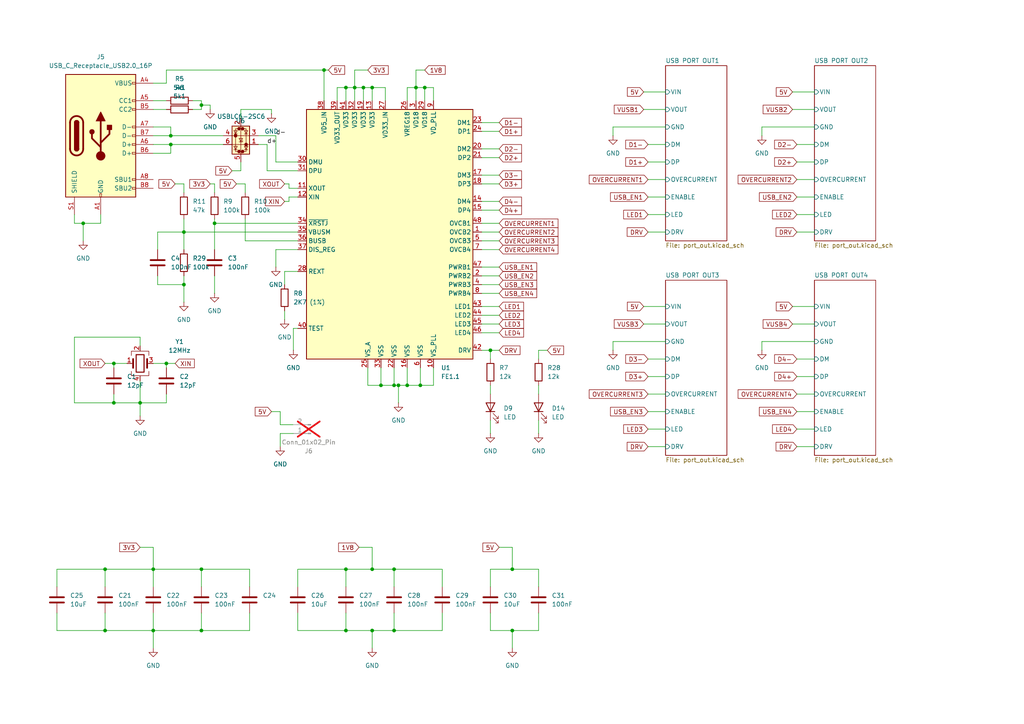
<source format=kicad_sch>
(kicad_sch (version 20231120) (generator "eeschema") (generator_version "8.0")
  (paper "A4")
  (lib_symbols
    (symbol "Connector:Conn_01x02_Pin" (pin_names (offset 1.016) hide)
      (property "Reference" "J" (at 0 2.54 0))
      (property "Value" "Conn_01x02_Pin" (at 0 -5.08 0))
      (symbol "Conn_01x02_Pin_1_1"
        (pin passive line (at 5.08 0 180) (length 3.81) (name "Pin_1") (number "1"))
        (pin passive line (at 5.08 -2.54 180) (length 3.81) (name "Pin_2") (number "2"))
      )
    )
    (symbol "Connector:USB_C_Receptacle_USB2.0_16P" (pin_names (offset 1.016))
      (property "Reference" "J" (at 0 22.225 0))
      (property "Value" "USB_C_Receptacle_USB2.0_16P" (at 0 19.685 0))
      (symbol "USB_C_Receptacle_USB2.0_16P_1_1"
        (pin passive line (at 0 -22.86 90) (length 5.08) (name "GND") (number "A1"))
        (pin passive line (at 0 -22.86 90) (length 5.08) hide (name "GND") (number "A12"))
        (pin passive line (at 15.24 15.24 180) (length 5.08) (name "VBUS") (number "A4"))
        (pin bidirectional line (at 15.24 10.16 180) (length 5.08) (name "CC1") (number "A5"))
        (pin bidirectional line (at 15.24 -2.54 180) (length 5.08) (name "D+") (number "A6"))
        (pin bidirectional line (at 15.24 2.54 180) (length 5.08) (name "D-") (number "A7"))
        (pin bidirectional line (at 15.24 -12.7 180) (length 5.08) (name "SBU1") (number "A8"))
        (pin passive line (at 15.24 15.24 180) (length 5.08) hide (name "VBUS") (number "A9"))
        (pin passive line (at 0 -22.86 90) (length 5.08) hide (name "GND") (number "B1"))
        (pin passive line (at 0 -22.86 90) (length 5.08) hide (name "GND") (number "B12"))
        (pin passive line (at 15.24 15.24 180) (length 5.08) hide (name "VBUS") (number "B4"))
        (pin bidirectional line (at 15.24 7.62 180) (length 5.08) (name "CC2") (number "B5"))
        (pin bidirectional line (at 15.24 -5.08 180) (length 5.08) (name "D+") (number "B6"))
        (pin bidirectional line (at 15.24 0 180) (length 5.08) (name "D-") (number "B7"))
        (pin bidirectional line (at 15.24 -15.24 180) (length 5.08) (name "SBU2") (number "B8"))
        (pin passive line (at 15.24 15.24 180) (length 5.08) hide (name "VBUS") (number "B9"))
        (pin passive line (at -7.62 -22.86 90) (length 5.08) (name "SHIELD") (number "S1"))
      )
    )
    (symbol "Device:C" (pin_numbers hide) (pin_names (offset 0.254))
      (property "Reference" "C" (at 0.635 2.54 0))
      (property "Value" "C" (at 0.635 -2.54 0))
      (symbol "C_1_1"
        (pin passive line (at 0 3.81 270) (length 2.794) (name "~") (number "1"))
        (pin passive line (at 0 -3.81 90) (length 2.794) (name "~") (number "2"))
      )
    )
    (symbol "Device:Crystal_GND24" (pin_names (offset 1.016) hide)
      (property "Reference" "Y" (at 3.175 5.08 0))
      (property "Value" "Crystal_GND24" (at 3.175 3.175 0))
      (symbol "Crystal_GND24_1_1"
        (pin passive line (at -3.81 0 0) (length 1.27) (name "1") (number "1"))
        (pin passive line (at 0 5.08 270) (length 1.27) (name "2") (number "2"))
        (pin passive line (at 3.81 0 180) (length 1.27) (name "3") (number "3"))
        (pin passive line (at 0 -5.08 90) (length 1.27) (name "4") (number "4"))
      )
    )
    (symbol "Device:LED" (pin_numbers hide) (pin_names (offset 1.016) hide)
      (property "Reference" "D" (at 0 2.54 0))
      (property "Value" "LED" (at 0 -2.54 0))
      (symbol "LED_1_1"
        (pin passive line (at -3.81 0 0) (length 2.54) (name "K") (number "1"))
        (pin passive line (at 3.81 0 180) (length 2.54) (name "A") (number "2"))
      )
    )
    (symbol "Device:R" (pin_numbers hide) (pin_names (offset 0))
      (property "Reference" "R" (at 2.032 0 90))
      (property "Value" "R" (at 0 0 90))
      (symbol "R_1_1"
        (pin passive line (at 0 3.81 270) (length 1.27) (name "~") (number "1"))
        (pin passive line (at 0 -3.81 90) (length 1.27) (name "~") (number "2"))
      )
    )
    (symbol "Power_Protection:USBLC6-2SC6" (pin_names hide)
      (property "Reference" "U" (at 0.635 5.715 0))
      (property "Value" "USBLC6-2SC6" (at 0.635 3.81 0))
      (symbol "USBLC6-2SC6_1_1"
        (pin passive line (at -5.08 0 0) (length 2.54) (name "I/O1") (number "1"))
        (pin passive line (at 0 -7.62 90) (length 2.54) (name "GND") (number "2"))
        (pin passive line (at -5.08 -2.54 0) (length 2.54) (name "I/O2") (number "3"))
        (pin passive line (at 5.08 -2.54 180) (length 2.54) (name "I/O2") (number "4"))
        (pin passive line (at 0 5.08 270) (length 2.54) (name "VBUS") (number "5"))
        (pin passive line (at 5.08 0 180) (length 2.54) (name "I/O1") (number "6"))
      )
    )
    (symbol "lib:FE1.1"
      (property "Reference" "U2" (at -16.8559 33.02 0))
      (property "Value" "FE1.1" (at -2.286 -12.192 0))
      (symbol "FE1.1_1_1"
        (pin output line (at 26.67 -10.16 180) (length 2.54) (name "OVCB2") (number "1"))
        (pin power_in line (at 12.7 -49.53 90) (length 2.54) (name "VS_PLL") (number "10"))
        (pin output line (at -26.67 2.54 0) (length 2.54) (name "XOUT") (number "11"))
        (pin input line (at -26.67 0 0) (length 2.54) (name "XIN") (number "12"))
        (pin power_in line (at -5.08 27.94 270) (length 2.54) (name "VD33") (number "13"))
        (pin bidirectional line (at 26.67 -1.27 180) (length 2.54) (name "DM4") (number "14"))
        (pin bidirectional line (at 26.67 -3.81 180) (length 2.54) (name "DP4") (number "15"))
        (pin power_in line (at 5.08 -49.53 90) (length 2.54) (name "VSS") (number "16"))
        (pin bidirectional line (at 26.67 6.35 180) (length 2.54) (name "DM3") (number "17"))
        (pin bidirectional line (at 26.67 3.81 180) (length 2.54) (name "DP3") (number "18"))
        (pin power_in line (at -7.62 27.94 270) (length 2.54) (name "VD33") (number "19"))
        (pin output line (at 26.67 -22.86 180) (length 2.54) (name "PWRB2") (number "2"))
        (pin bidirectional line (at 26.67 13.97 180) (length 2.54) (name "DM2") (number "20"))
        (pin bidirectional line (at 26.67 11.43 180) (length 2.54) (name "DP2") (number "21"))
        (pin power_in line (at 1.27 -49.53 90) (length 2.54) (name "VSS") (number "22"))
        (pin bidirectional line (at 26.67 21.59 180) (length 2.54) (name "DM1") (number "23"))
        (pin bidirectional line (at 26.67 19.05 180) (length 2.54) (name "DP1") (number "24"))
        (pin power_in line (at -6.35 -49.53 90) (length 2.54) (name "VS_A") (number "25"))
        (pin power_out line (at 5.08 27.94 270) (length 2.54) (name "VREG18") (number "26"))
        (pin power_in line (at -1.27 27.94 270) (length 2.54) (name "VD33_IN") (number "27"))
        (pin passive line (at -26.67 -21.59 0) (length 2.54) (name "REXT") (number "28"))
        (pin power_in line (at 10.16 27.94 270) (length 2.54) (name "VD18") (number "29"))
        (pin power_in line (at 7.62 27.94 270) (length 2.54) (name "VD18") (number "3"))
        (pin bidirectional line (at -26.67 10.16 0) (length 2.54) (name "DMU") (number "30"))
        (pin bidirectional line (at -26.67 7.62 0) (length 2.54) (name "DPU") (number "31"))
        (pin power_in line (at -10.16 27.94 270) (length 2.54) (name "VD33") (number "32"))
        (pin power_in line (at -2.54 -49.53 90) (length 2.54) (name "VSS") (number "33"))
        (pin input line (at -26.67 -7.62 0) (length 2.54) (name "~{XRSTJ}") (number "34"))
        (pin input line (at -26.67 -10.16 0) (length 2.54) (name "VBUSM") (number "35"))
        (pin input line (at -26.67 -12.7 0) (length 2.54) (name "BUSB") (number "36"))
        (pin input line (at -26.67 -15.24 0) (length 2.54) (name "DIS_REG") (number "37"))
        (pin power_in line (at -19.05 27.94 270) (length 2.54) (name "VD5_IN") (number "38"))
        (pin power_out line (at -15.24 27.94 270) (length 2.54) (name "VD33_OUT") (number "39"))
        (pin output line (at 26.67 -25.4 180) (length 2.54) (name "PWRB3") (number "4"))
        (pin power_in line (at -26.67 -38.1 0) (length 2.54) (name "TEST") (number "40"))
        (pin power_in line (at -12.7 27.94 270) (length 2.54) (name "VD33") (number "41"))
        (pin bidirectional line (at 26.67 -44.45 180) (length 2.54) (name "DRV") (number "42"))
        (pin output line (at 26.67 -31.75 180) (length 2.54) (name "LED1") (number "43"))
        (pin output line (at 26.67 -34.29 180) (length 2.54) (name "LED2") (number "44"))
        (pin output line (at 26.67 -36.83 180) (length 2.54) (name "LED3") (number "45"))
        (pin bidirectional line (at 26.67 -39.37 180) (length 2.54) (name "LED4") (number "46"))
        (pin output line (at 26.67 -20.32 180) (length 2.54) (name "PWRB1") (number "47"))
        (pin output line (at 26.67 -7.62 180) (length 2.54) (name "OVCB1") (number "48"))
        (pin output line (at 26.67 -12.7 180) (length 2.54) (name "OVCB3") (number "5"))
        (pin power_in line (at 8.89 -49.53 90) (length 2.54) (name "VSS") (number "6"))
        (pin output line (at 26.67 -15.24 180) (length 2.54) (name "OVCB4") (number "7"))
        (pin bidirectional line (at 26.67 -27.94 180) (length 2.54) (name "PWRB4") (number "8"))
        (pin power_in line (at 12.7 27.94 270) (length 2.54) (name "VD_PLL") (number "9"))
      )
    )
    (symbol "power:GND" (power) (pin_numbers hide) (pin_names (offset 0) hide)
      (property "Value" "GND" (at 0 -3.81 0))
      (symbol "GND_1_1"
        (pin power_in line (at 0 0 270) (length 0) (name "~") (number "1"))
      )
    )
  )
  (junction (at 24.13 64.77))
  (junction (at 49.53 39.37))
  (junction (at 105.41 25.4))
  (junction (at 107.95 182.88))
  (junction (at 53.34 82.55))
  (junction (at 115.57 111.76))
  (junction (at 148.59 182.88))
  (junction (at 118.11 111.76))
  (junction (at 100.33 165.1))
  (junction (at 44.45 182.88))
  (junction (at 58.42 30.48))
  (junction (at 33.02 105.41))
  (junction (at 93.98 20.32))
  (junction (at 107.95 165.1))
  (junction (at 107.95 25.4))
  (junction (at 33.02 116.84))
  (junction (at 123.19 25.4))
  (junction (at 100.33 25.4))
  (junction (at 114.3 182.88))
  (junction (at 62.23 64.77))
  (junction (at 44.45 165.1))
  (junction (at 53.34 67.31))
  (junction (at 148.59 165.1))
  (junction (at 30.48 165.1))
  (junction (at 49.53 41.91))
  (junction (at 100.33 182.88))
  (junction (at 114.3 165.1))
  (junction (at 121.92 111.76))
  (junction (at 58.42 182.88))
  (junction (at 142.24 101.6))
  (junction (at 102.87 25.4))
  (junction (at 110.49 111.76))
  (junction (at 30.48 182.88))
  (junction (at 58.42 165.1))
  (junction (at 48.26 105.41))
  (junction (at 120.65 25.4))
  (junction (at 114.3 111.76))
  (junction (at 40.64 116.84))
  (wire (pts (xy 44.45 165.1) (xy 44.45 170.18)))
  (wire (pts (xy 118.11 25.4) (xy 120.65 25.4)))
  (wire (pts (xy 229.87 88.9) (xy 236.22 88.9)))
  (wire (pts (xy 69.85 31.75) (xy 78.74 31.75)))
  (wire (pts (xy 40.64 158.75) (xy 44.45 158.75)))
  (wire (pts (xy 53.34 82.55) (xy 53.34 87.63)))
  (wire (pts (xy 123.19 25.4) (xy 125.73 25.4)))
  (wire (pts (xy 120.65 25.4) (xy 120.65 29.21)))
  (wire (pts (xy 48.26 114.3) (xy 48.26 116.84)))
  (wire (pts (xy 58.42 31.75) (xy 58.42 30.48)))
  (wire (pts (xy 139.7 58.42) (xy 144.78 58.42)))
  (wire (pts (xy 139.7 45.72) (xy 144.78 45.72)))
  (wire (pts (xy 229.87 26.67) (xy 236.22 26.67)))
  (wire (pts (xy 187.96 114.3) (xy 193.04 114.3)))
  (wire (pts (xy 83.82 54.61) (xy 83.82 53.34)))
  (wire (pts (xy 102.87 20.32) (xy 102.87 25.4)))
  (wire (pts (xy 139.7 77.47) (xy 144.78 77.47)))
  (wire (pts (xy 62.23 63.5) (xy 62.23 64.77)))
  (wire (pts (xy 144.78 158.75) (xy 148.59 158.75)))
  (wire (pts (xy 142.24 101.6) (xy 144.78 101.6)))
  (wire (pts (xy 45.72 72.39) (xy 45.72 67.31)))
  (wire (pts (xy 71.12 63.5) (xy 71.12 69.85)))
  (wire (pts (xy 72.39 165.1) (xy 58.42 165.1)))
  (wire (pts (xy 100.33 182.88) (xy 107.95 182.88)))
  (wire (pts (xy 83.82 53.34) (xy 82.55 53.34)))
  (wire (pts (xy 53.34 67.31) (xy 86.36 67.31)))
  (wire (pts (xy 107.95 182.88) (xy 107.95 187.96)))
  (wire (pts (xy 139.7 101.6) (xy 142.24 101.6)))
  (wire (pts (xy 81.28 125.73) (xy 85.09 125.73)))
  (wire (pts (xy 120.65 25.4) (xy 123.19 25.4)))
  (wire (pts (xy 236.22 99.06) (xy 220.98 99.06)))
  (wire (pts (xy 156.21 111.76) (xy 156.21 114.3)))
  (wire (pts (xy 67.31 49.53) (xy 69.85 49.53)))
  (wire (pts (xy 111.76 29.21) (xy 111.76 25.4)))
  (wire (pts (xy 186.69 93.98) (xy 193.04 93.98)))
  (wire (pts (xy 44.45 182.88) (xy 58.42 182.88)))
  (wire (pts (xy 156.21 165.1) (xy 148.59 165.1)))
  (wire (pts (xy 69.85 31.75) (xy 69.85 34.29)))
  (wire (pts (xy 58.42 165.1) (xy 58.42 170.18)))
  (wire (pts (xy 231.14 62.23) (xy 236.22 62.23)))
  (wire (pts (xy 139.7 82.55) (xy 144.78 82.55)))
  (wire (pts (xy 158.75 101.6) (xy 156.21 101.6)))
  (wire (pts (xy 86.36 78.74) (xy 82.55 78.74)))
  (wire (pts (xy 231.14 124.46) (xy 236.22 124.46)))
  (wire (pts (xy 78.74 33.02) (xy 78.74 31.75)))
  (wire (pts (xy 45.72 82.55) (xy 53.34 82.55)))
  (wire (pts (xy 156.21 177.8) (xy 156.21 182.88)))
  (wire (pts (xy 139.7 43.18) (xy 144.78 43.18)))
  (wire (pts (xy 53.34 80.01) (xy 53.34 82.55)))
  (wire (pts (xy 139.7 93.98) (xy 144.78 93.98)))
  (wire (pts (xy 177.8 99.06) (xy 177.8 101.6)))
  (wire (pts (xy 16.51 182.88) (xy 30.48 182.88)))
  (wire (pts (xy 62.23 80.01) (xy 62.23 85.09)))
  (wire (pts (xy 58.42 177.8) (xy 58.42 182.88)))
  (wire (pts (xy 118.11 106.68) (xy 118.11 111.76)))
  (wire (pts (xy 58.42 30.48) (xy 58.42 29.21)))
  (wire (pts (xy 60.96 30.48) (xy 60.96 31.75)))
  (wire (pts (xy 148.59 158.75) (xy 148.59 165.1)))
  (wire (pts (xy 139.7 96.52) (xy 144.78 96.52)))
  (wire (pts (xy 148.59 165.1) (xy 142.24 165.1)))
  (wire (pts (xy 74.93 41.91) (xy 77.47 41.91)))
  (wire (pts (xy 40.64 100.33) (xy 40.64 97.79)))
  (wire (pts (xy 82.55 90.17) (xy 82.55 92.71)))
  (wire (pts (xy 45.72 80.01) (xy 45.72 82.55)))
  (wire (pts (xy 100.33 177.8) (xy 100.33 182.88)))
  (wire (pts (xy 78.74 119.38) (xy 81.28 119.38)))
  (wire (pts (xy 86.36 95.25) (xy 85.09 95.25)))
  (wire (pts (xy 139.7 64.77) (xy 144.78 64.77)))
  (wire (pts (xy 229.87 93.98) (xy 236.22 93.98)))
  (wire (pts (xy 49.53 44.45) (xy 44.45 44.45)))
  (wire (pts (xy 44.45 29.21) (xy 48.26 29.21)))
  (wire (pts (xy 114.3 177.8) (xy 114.3 182.88)))
  (wire (pts (xy 114.3 165.1) (xy 107.95 165.1)))
  (wire (pts (xy 100.33 165.1) (xy 86.36 165.1)))
  (wire (pts (xy 142.24 121.92) (xy 142.24 125.73)))
  (wire (pts (xy 49.53 41.91) (xy 64.77 41.91)))
  (wire (pts (xy 186.69 88.9) (xy 193.04 88.9)))
  (wire (pts (xy 44.45 24.13) (xy 48.26 24.13)))
  (wire (pts (xy 139.7 72.39) (xy 144.78 72.39)))
  (wire (pts (xy 236.22 36.83) (xy 220.98 36.83)))
  (wire (pts (xy 139.7 60.96) (xy 144.78 60.96)))
  (wire (pts (xy 45.72 67.31) (xy 53.34 67.31)))
  (wire (pts (xy 231.14 67.31) (xy 236.22 67.31)))
  (wire (pts (xy 139.7 67.31) (xy 144.78 67.31)))
  (wire (pts (xy 77.47 49.53) (xy 77.47 41.91)))
  (wire (pts (xy 40.64 110.49) (xy 40.64 116.84)))
  (wire (pts (xy 49.53 36.83) (xy 49.53 39.37)))
  (wire (pts (xy 30.48 105.41) (xy 33.02 105.41)))
  (wire (pts (xy 55.88 31.75) (xy 58.42 31.75)))
  (wire (pts (xy 36.83 105.41) (xy 33.02 105.41)))
  (wire (pts (xy 110.49 106.68) (xy 110.49 111.76)))
  (wire (pts (xy 142.24 101.6) (xy 142.24 104.14)))
  (wire (pts (xy 177.8 36.83) (xy 177.8 39.37)))
  (wire (pts (xy 81.28 125.73) (xy 81.28 129.54)))
  (wire (pts (xy 193.04 99.06) (xy 177.8 99.06)))
  (wire (pts (xy 231.14 114.3) (xy 236.22 114.3)))
  (wire (pts (xy 105.41 25.4) (xy 107.95 25.4)))
  (wire (pts (xy 106.68 106.68) (xy 106.68 111.76)))
  (wire (pts (xy 29.21 64.77) (xy 24.13 64.77)))
  (wire (pts (xy 30.48 177.8) (xy 30.48 182.88)))
  (wire (pts (xy 62.23 53.34) (xy 62.23 55.88)))
  (wire (pts (xy 187.96 57.15) (xy 193.04 57.15)))
  (wire (pts (xy 123.19 25.4) (xy 123.19 29.21)))
  (wire (pts (xy 120.65 20.32) (xy 120.65 25.4)))
  (wire (pts (xy 62.23 64.77) (xy 86.36 64.77)))
  (wire (pts (xy 72.39 177.8) (xy 72.39 182.88)))
  (wire (pts (xy 121.92 106.68) (xy 121.92 111.76)))
  (wire (pts (xy 139.7 85.09) (xy 144.78 85.09)))
  (wire (pts (xy 81.28 123.19) (xy 85.09 123.19)))
  (wire (pts (xy 86.36 72.39) (xy 80.01 72.39)))
  (wire (pts (xy 115.57 111.76) (xy 115.57 116.84)))
  (wire (pts (xy 86.36 165.1) (xy 86.36 170.18)))
  (wire (pts (xy 71.12 69.85) (xy 86.36 69.85)))
  (wire (pts (xy 107.95 182.88) (xy 114.3 182.88)))
  (wire (pts (xy 156.21 101.6) (xy 156.21 104.14)))
  (wire (pts (xy 187.96 124.46) (xy 193.04 124.46)))
  (wire (pts (xy 69.85 46.99) (xy 69.85 49.53)))
  (wire (pts (xy 102.87 25.4) (xy 105.41 25.4)))
  (wire (pts (xy 48.26 20.32) (xy 48.26 24.13)))
  (wire (pts (xy 187.96 52.07) (xy 193.04 52.07)))
  (wire (pts (xy 71.12 53.34) (xy 71.12 55.88)))
  (wire (pts (xy 44.45 182.88) (xy 44.45 187.96)))
  (wire (pts (xy 68.58 53.34) (xy 71.12 53.34)))
  (wire (pts (xy 107.95 25.4) (xy 107.95 29.21)))
  (wire (pts (xy 80.01 72.39) (xy 80.01 77.47)))
  (wire (pts (xy 107.95 25.4) (xy 111.76 25.4)))
  (wire (pts (xy 44.45 36.83) (xy 49.53 36.83)))
  (wire (pts (xy 24.13 64.77) (xy 24.13 69.85)))
  (wire (pts (xy 106.68 111.76) (xy 110.49 111.76)))
  (wire (pts (xy 107.95 158.75) (xy 107.95 165.1)))
  (wire (pts (xy 229.87 31.75) (xy 236.22 31.75)))
  (wire (pts (xy 21.59 97.79) (xy 40.64 97.79)))
  (wire (pts (xy 44.45 41.91) (xy 49.53 41.91)))
  (wire (pts (xy 44.45 165.1) (xy 30.48 165.1)))
  (wire (pts (xy 21.59 64.77) (xy 24.13 64.77)))
  (wire (pts (xy 193.04 46.99) (xy 187.96 46.99)))
  (wire (pts (xy 30.48 165.1) (xy 16.51 165.1)))
  (wire (pts (xy 156.21 165.1) (xy 156.21 170.18)))
  (wire (pts (xy 86.36 177.8) (xy 86.36 182.88)))
  (wire (pts (xy 86.36 182.88) (xy 100.33 182.88)))
  (wire (pts (xy 115.57 111.76) (xy 118.11 111.76)))
  (wire (pts (xy 97.79 25.4) (xy 97.79 29.21)))
  (wire (pts (xy 236.22 104.14) (xy 231.14 104.14)))
  (wire (pts (xy 50.8 53.34) (xy 53.34 53.34)))
  (wire (pts (xy 220.98 99.06) (xy 220.98 101.6)))
  (wire (pts (xy 30.48 165.1) (xy 30.48 170.18)))
  (wire (pts (xy 95.25 20.32) (xy 93.98 20.32)))
  (wire (pts (xy 86.36 57.15) (xy 83.82 57.15)))
  (wire (pts (xy 128.27 165.1) (xy 128.27 170.18)))
  (wire (pts (xy 33.02 105.41) (xy 33.02 106.68)))
  (wire (pts (xy 123.19 20.32) (xy 120.65 20.32)))
  (wire (pts (xy 125.73 106.68) (xy 125.73 111.76)))
  (wire (pts (xy 110.49 111.76) (xy 114.3 111.76)))
  (wire (pts (xy 128.27 165.1) (xy 114.3 165.1)))
  (wire (pts (xy 139.7 35.56) (xy 144.78 35.56)))
  (wire (pts (xy 49.53 39.37) (xy 44.45 39.37)))
  (wire (pts (xy 107.95 165.1) (xy 100.33 165.1)))
  (wire (pts (xy 80.01 39.37) (xy 80.01 46.99)))
  (wire (pts (xy 44.45 165.1) (xy 58.42 165.1)))
  (wire (pts (xy 49.53 41.91) (xy 49.53 44.45)))
  (wire (pts (xy 74.93 39.37) (xy 80.01 39.37)))
  (wire (pts (xy 16.51 177.8) (xy 16.51 182.88)))
  (wire (pts (xy 193.04 41.91) (xy 187.96 41.91)))
  (wire (pts (xy 139.7 88.9) (xy 144.78 88.9)))
  (wire (pts (xy 93.98 20.32) (xy 93.98 29.21)))
  (wire (pts (xy 49.53 39.37) (xy 64.77 39.37)))
  (wire (pts (xy 186.69 26.67) (xy 193.04 26.67)))
  (wire (pts (xy 156.21 121.92) (xy 156.21 125.73)))
  (wire (pts (xy 125.73 25.4) (xy 125.73 29.21)))
  (wire (pts (xy 128.27 177.8) (xy 128.27 182.88)))
  (wire (pts (xy 85.09 95.25) (xy 85.09 101.6)))
  (wire (pts (xy 187.96 129.54) (xy 193.04 129.54)))
  (wire (pts (xy 193.04 109.22) (xy 187.96 109.22)))
  (wire (pts (xy 48.26 106.68) (xy 48.26 105.41)))
  (wire (pts (xy 33.02 116.84) (xy 40.64 116.84)))
  (wire (pts (xy 21.59 97.79) (xy 21.59 116.84)))
  (wire (pts (xy 40.64 116.84) (xy 48.26 116.84)))
  (wire (pts (xy 231.14 52.07) (xy 236.22 52.07)))
  (wire (pts (xy 21.59 116.84) (xy 33.02 116.84)))
  (wire (pts (xy 58.42 182.88) (xy 72.39 182.88)))
  (wire (pts (xy 77.47 49.53) (xy 86.36 49.53)))
  (wire (pts (xy 44.45 105.41) (xy 48.26 105.41)))
  (wire (pts (xy 118.11 29.21) (xy 118.11 25.4)))
  (wire (pts (xy 102.87 29.21) (xy 102.87 25.4)))
  (wire (pts (xy 139.7 80.01) (xy 144.78 80.01)))
  (wire (pts (xy 231.14 129.54) (xy 236.22 129.54)))
  (wire (pts (xy 83.82 58.42) (xy 82.55 58.42)))
  (wire (pts (xy 139.7 53.34) (xy 144.78 53.34)))
  (wire (pts (xy 100.33 25.4) (xy 97.79 25.4)))
  (wire (pts (xy 231.14 57.15) (xy 236.22 57.15)))
  (wire (pts (xy 114.3 106.68) (xy 114.3 111.76)))
  (wire (pts (xy 139.7 38.1) (xy 144.78 38.1)))
  (wire (pts (xy 21.59 62.23) (xy 21.59 64.77)))
  (wire (pts (xy 62.23 64.77) (xy 62.23 72.39)))
  (wire (pts (xy 139.7 50.8) (xy 144.78 50.8)))
  (wire (pts (xy 30.48 182.88) (xy 44.45 182.88)))
  (wire (pts (xy 186.69 31.75) (xy 193.04 31.75)))
  (wire (pts (xy 142.24 165.1) (xy 142.24 170.18)))
  (wire (pts (xy 148.59 182.88) (xy 156.21 182.88)))
  (wire (pts (xy 82.55 78.74) (xy 82.55 82.55)))
  (wire (pts (xy 83.82 57.15) (xy 83.82 58.42)))
  (wire (pts (xy 187.96 119.38) (xy 193.04 119.38)))
  (wire (pts (xy 53.34 67.31) (xy 53.34 72.39)))
  (wire (pts (xy 104.14 158.75) (xy 107.95 158.75)))
  (wire (pts (xy 58.42 30.48) (xy 60.96 30.48)))
  (wire (pts (xy 40.64 116.84) (xy 40.64 120.65)))
  (wire (pts (xy 236.22 41.91) (xy 231.14 41.91)))
  (wire (pts (xy 121.92 111.76) (xy 118.11 111.76)))
  (wire (pts (xy 142.24 182.88) (xy 148.59 182.88)))
  (wire (pts (xy 114.3 165.1) (xy 114.3 170.18)))
  (wire (pts (xy 236.22 46.99) (xy 231.14 46.99)))
  (wire (pts (xy 193.04 36.83) (xy 177.8 36.83)))
  (wire (pts (xy 142.24 177.8) (xy 142.24 182.88)))
  (wire (pts (xy 142.24 111.76) (xy 142.24 114.3)))
  (wire (pts (xy 53.34 53.34) (xy 53.34 55.88)))
  (wire (pts (xy 60.96 53.34) (xy 62.23 53.34)))
  (wire (pts (xy 29.21 62.23) (xy 29.21 64.77)))
  (wire (pts (xy 114.3 111.76) (xy 115.57 111.76)))
  (wire (pts (xy 187.96 67.31) (xy 193.04 67.31)))
  (wire (pts (xy 148.59 182.88) (xy 148.59 187.96)))
  (wire (pts (xy 114.3 182.88) (xy 128.27 182.88)))
  (wire (pts (xy 139.7 69.85) (xy 144.78 69.85)))
  (wire (pts (xy 33.02 114.3) (xy 33.02 116.84)))
  (wire (pts (xy 236.22 109.22) (xy 231.14 109.22)))
  (wire (pts (xy 44.45 158.75) (xy 44.45 165.1)))
  (wire (pts (xy 106.68 20.32) (xy 102.87 20.32)))
  (wire (pts (xy 100.33 25.4) (xy 102.87 25.4)))
  (wire (pts (xy 100.33 25.4) (xy 100.33 29.21)))
  (wire (pts (xy 48.26 20.32) (xy 93.98 20.32)))
  (wire (pts (xy 86.36 54.61) (xy 83.82 54.61)))
  (wire (pts (xy 105.41 25.4) (xy 105.41 29.21)))
  (wire (pts (xy 231.14 119.38) (xy 236.22 119.38)))
  (wire (pts (xy 80.01 46.99) (xy 86.36 46.99)))
  (wire (pts (xy 187.96 62.23) (xy 193.04 62.23)))
  (wire (pts (xy 50.8 105.41) (xy 48.26 105.41)))
  (wire (pts (xy 55.88 29.21) (xy 58.42 29.21)))
  (wire (pts (xy 72.39 165.1) (xy 72.39 170.18)))
  (wire (pts (xy 220.98 36.83) (xy 220.98 39.37)))
  (wire (pts (xy 44.45 31.75) (xy 48.26 31.75)))
  (wire (pts (xy 100.33 165.1) (xy 100.33 170.18)))
  (wire (pts (xy 53.34 63.5) (xy 53.34 67.31)))
  (wire (pts (xy 125.73 111.76) (xy 121.92 111.76)))
  (wire (pts (xy 44.45 177.8) (xy 44.45 182.88)))
  (wire (pts (xy 81.28 119.38) (xy 81.28 123.19)))
  (wire (pts (xy 193.04 104.14) (xy 187.96 104.14)))
  (wire (pts (xy 139.7 91.44) (xy 144.78 91.44)))
  (wire (pts (xy 16.51 165.1) (xy 16.51 170.18)))
  (label "d+" (at 77.47 41.91 0))
  (label "d-" (at 80.01 39.37 0))
  (global_label "5V" (shape input) (at 50.8 53.34 180) (property "Intersheetrefs" "${INTERSHEET_REFS}" (effects (hide yes))))
  (global_label "LED4" (shape input) (at 231.14 124.46 180) (property "Intersheetrefs" "${INTERSHEET_REFS}" (effects (hide yes))))
  (global_label "D2+" (shape input) (at 144.78 45.72 0) (property "Intersheetrefs" "${INTERSHEET_REFS}" (effects (hide yes))))
  (global_label "LED2" (shape input) (at 144.78 91.44 0) (property "Intersheetrefs" "${INTERSHEET_REFS}" (effects (hide yes))))
  (global_label "LED3" (shape input) (at 144.78 93.98 0) (property "Intersheetrefs" "${INTERSHEET_REFS}" (effects (hide yes))))
  (global_label "USB_EN1" (shape input) (at 144.78 77.47 0) (property "Intersheetrefs" "${INTERSHEET_REFS}" (effects (hide yes))))
  (global_label "5V" (shape input) (at 68.58 53.34 180) (property "Intersheetrefs" "${INTERSHEET_REFS}" (effects (hide yes))))
  (global_label "LED3" (shape input) (at 187.96 124.46 180) (property "Intersheetrefs" "${INTERSHEET_REFS}" (effects (hide yes))))
  (global_label "D3-" (shape input) (at 144.78 50.8 0) (property "Intersheetrefs" "${INTERSHEET_REFS}" (effects (hide yes))))
  (global_label "XIN" (shape input) (at 50.8 105.41 0) (property "Intersheetrefs" "${INTERSHEET_REFS}" (effects (hide yes))))
  (global_label "USB_EN3" (shape input) (at 144.78 82.55 0) (property "Intersheetrefs" "${INTERSHEET_REFS}" (effects (hide yes))))
  (global_label "OVERCURRENT3" (shape input) (at 144.78 69.85 0) (property "Intersheetrefs" "${INTERSHEET_REFS}" (effects (hide yes))))
  (global_label "5V" (shape input) (at 186.69 88.9 180) (property "Intersheetrefs" "${INTERSHEET_REFS}" (effects (hide yes))))
  (global_label "DRV" (shape input) (at 231.14 129.54 180) (property "Intersheetrefs" "${INTERSHEET_REFS}" (effects (hide yes))))
  (global_label "VUSB1" (shape input) (at 186.69 31.75 180) (property "Intersheetrefs" "${INTERSHEET_REFS}" (effects (hide yes))))
  (global_label "OVERCURRENT2" (shape input) (at 231.14 52.07 180) (property "Intersheetrefs" "${INTERSHEET_REFS}" (effects (hide yes))))
  (global_label "OVERCURRENT1" (shape input) (at 187.96 52.07 180) (property "Intersheetrefs" "${INTERSHEET_REFS}" (effects (hide yes))))
  (global_label "5V" (shape input) (at 229.87 26.67 180) (property "Intersheetrefs" "${INTERSHEET_REFS}" (effects (hide yes))))
  (global_label "D1+" (shape input) (at 187.96 46.99 180) (property "Intersheetrefs" "${INTERSHEET_REFS}" (effects (hide yes))))
  (global_label "5V" (shape input) (at 158.75 101.6 0) (property "Intersheetrefs" "${INTERSHEET_REFS}" (effects (hide yes))))
  (global_label "VUSB3" (shape input) (at 186.69 93.98 180) (property "Intersheetrefs" "${INTERSHEET_REFS}" (effects (hide yes))))
  (global_label "OVERCURRENT3" (shape input) (at 187.96 114.3 180) (property "Intersheetrefs" "${INTERSHEET_REFS}" (effects (hide yes))))
  (global_label "XIN" (shape input) (at 82.55 58.42 180) (property "Intersheetrefs" "${INTERSHEET_REFS}" (effects (hide yes))))
  (global_label "LED1" (shape input) (at 187.96 62.23 180) (property "Intersheetrefs" "${INTERSHEET_REFS}" (effects (hide yes))))
  (global_label "DRV" (shape input) (at 144.78 101.6 0) (property "Intersheetrefs" "${INTERSHEET_REFS}" (effects (hide yes))))
  (global_label "D1-" (shape input) (at 187.96 41.91 180) (property "Intersheetrefs" "${INTERSHEET_REFS}" (effects (hide yes))))
  (global_label "3V3" (shape input) (at 106.68 20.32 0) (property "Intersheetrefs" "${INTERSHEET_REFS}" (effects (hide yes))))
  (global_label "OVERCURRENT1" (shape input) (at 144.78 64.77 0) (property "Intersheetrefs" "${INTERSHEET_REFS}" (effects (hide yes))))
  (global_label "D1-" (shape input) (at 144.78 35.56 0) (property "Intersheetrefs" "${INTERSHEET_REFS}" (effects (hide yes))))
  (global_label "OVERCURRENT2" (shape input) (at 144.78 67.31 0) (property "Intersheetrefs" "${INTERSHEET_REFS}" (effects (hide yes))))
  (global_label "USB_EN2" (shape input) (at 231.14 57.15 180) (property "Intersheetrefs" "${INTERSHEET_REFS}" (effects (hide yes))))
  (global_label "1V8" (shape input) (at 123.19 20.32 0) (property "Intersheetrefs" "${INTERSHEET_REFS}" (effects (hide yes))))
  (global_label "D4+" (shape input) (at 144.78 60.96 0) (property "Intersheetrefs" "${INTERSHEET_REFS}" (effects (hide yes))))
  (global_label "D2-" (shape input) (at 231.14 41.91 180) (property "Intersheetrefs" "${INTERSHEET_REFS}" (effects (hide yes))))
  (global_label "USB_EN2" (shape input) (at 144.78 80.01 0) (property "Intersheetrefs" "${INTERSHEET_REFS}" (effects (hide yes))))
  (global_label "OVERCURRENT4" (shape input) (at 231.14 114.3 180) (property "Intersheetrefs" "${INTERSHEET_REFS}" (effects (hide yes))))
  (global_label "LED1" (shape input) (at 144.78 88.9 0) (property "Intersheetrefs" "${INTERSHEET_REFS}" (effects (hide yes))))
  (global_label "D3+" (shape input) (at 144.78 53.34 0) (property "Intersheetrefs" "${INTERSHEET_REFS}" (effects (hide yes))))
  (global_label "D2+" (shape input) (at 231.14 46.99 180) (property "Intersheetrefs" "${INTERSHEET_REFS}" (effects (hide yes))))
  (global_label "D3-" (shape input) (at 187.96 104.14 180) (property "Intersheetrefs" "${INTERSHEET_REFS}" (effects (hide yes))))
  (global_label "DRV" (shape input) (at 231.14 67.31 180) (property "Intersheetrefs" "${INTERSHEET_REFS}" (effects (hide yes))))
  (global_label "1V8" (shape input) (at 104.14 158.75 180) (property "Intersheetrefs" "${INTERSHEET_REFS}" (effects (hide yes))))
  (global_label "USB_EN1" (shape input) (at 187.96 57.15 180) (property "Intersheetrefs" "${INTERSHEET_REFS}" (effects (hide yes))))
  (global_label "5V" (shape input) (at 95.25 20.32 0) (property "Intersheetrefs" "${INTERSHEET_REFS}" (effects (hide yes))))
  (global_label "DRV" (shape input) (at 187.96 129.54 180) (property "Intersheetrefs" "${INTERSHEET_REFS}" (effects (hide yes))))
  (global_label "USB_EN3" (shape input) (at 187.96 119.38 180) (property "Intersheetrefs" "${INTERSHEET_REFS}" (effects (hide yes))))
  (global_label "VUSB4" (shape input) (at 229.87 93.98 180) (property "Intersheetrefs" "${INTERSHEET_REFS}" (effects (hide yes))))
  (global_label "5V" (shape input) (at 78.74 119.38 180) (property "Intersheetrefs" "${INTERSHEET_REFS}" (effects (hide yes))))
  (global_label "D4-" (shape input) (at 144.78 58.42 0) (property "Intersheetrefs" "${INTERSHEET_REFS}" (effects (hide yes))))
  (global_label "LED2" (shape input) (at 231.14 62.23 180) (property "Intersheetrefs" "${INTERSHEET_REFS}" (effects (hide yes))))
  (global_label "XOUT" (shape input) (at 82.55 53.34 180) (property "Intersheetrefs" "${INTERSHEET_REFS}" (effects (hide yes))))
  (global_label "5V" (shape input) (at 229.87 88.9 180) (property "Intersheetrefs" "${INTERSHEET_REFS}" (effects (hide yes))))
  (global_label "5V" (shape input) (at 186.69 26.67 180) (property "Intersheetrefs" "${INTERSHEET_REFS}" (effects (hide yes))))
  (global_label "LED4" (shape input) (at 144.78 96.52 0) (property "Intersheetrefs" "${INTERSHEET_REFS}" (effects (hide yes))))
  (global_label "OVERCURRENT4" (shape input) (at 144.78 72.39 0) (property "Intersheetrefs" "${INTERSHEET_REFS}" (effects (hide yes))))
  (global_label "3V3" (shape input) (at 40.64 158.75 180) (property "Intersheetrefs" "${INTERSHEET_REFS}" (effects (hide yes))))
  (global_label "D3+" (shape input) (at 187.96 109.22 180) (property "Intersheetrefs" "${INTERSHEET_REFS}" (effects (hide yes))))
  (global_label "VUSB2" (shape input) (at 229.87 31.75 180) (property "Intersheetrefs" "${INTERSHEET_REFS}" (effects (hide yes))))
  (global_label "5V" (shape input) (at 144.78 158.75 180) (property "Intersheetrefs" "${INTERSHEET_REFS}" (effects (hide yes))))
  (global_label "D2-" (shape input) (at 144.78 43.18 0) (property "Intersheetrefs" "${INTERSHEET_REFS}" (effects (hide yes))))
  (global_label "DRV" (shape input) (at 187.96 67.31 180) (property "Intersheetrefs" "${INTERSHEET_REFS}" (effects (hide yes))))
  (global_label "USB_EN4" (shape input) (at 144.78 85.09 0) (property "Intersheetrefs" "${INTERSHEET_REFS}" (effects (hide yes))))
  (global_label "USB_EN4" (shape input) (at 231.14 119.38 180) (property "Intersheetrefs" "${INTERSHEET_REFS}" (effects (hide yes))))
  (global_label "D4+" (shape input) (at 231.14 109.22 180) (property "Intersheetrefs" "${INTERSHEET_REFS}" (effects (hide yes))))
  (global_label "5V" (shape input) (at 67.31 49.53 180) (property "Intersheetrefs" "${INTERSHEET_REFS}" (effects (hide yes))))
  (global_label "D4-" (shape input) (at 231.14 104.14 180) (property "Intersheetrefs" "${INTERSHEET_REFS}" (effects (hide yes))))
  (global_label "3V3" (shape input) (at 60.96 53.34 180) (property "Intersheetrefs" "${INTERSHEET_REFS}" (effects (hide yes))))
  (global_label "D1+" (shape input) (at 144.78 38.1 0) (property "Intersheetrefs" "${INTERSHEET_REFS}" (effects (hide yes))))
  (global_label "XOUT" (shape input) (at 30.48 105.41 180) (property "Intersheetrefs" "${INTERSHEET_REFS}" (effects (hide yes))))
  (symbol (lib_id "power:GND") (at 156.21 125.73 0) (unit 1)
    (property "Reference" "#PWR053" (effects (hide yes)))
    (property "Value" "GND" (at 156.21 130.81 0))
    (property "Description" "Power symbol creates a global label with name \"GND\" , ground" (effects (hide yes)))
  )
  (symbol (lib_id "lib:FE1.1") (at 113.03 57.15 0) (unit 1)
    (property "Reference" "U1" (at 127.9241 106.68 0) (effects (justify left)))
    (property "Value" "FE1.1" (at 127.9241 109.22 0) (effects (justify left)))
    (property "Footprint" "Package_QFP:LQFP-48_7x7mm_P0.5mm" (effects (hide yes)))
    (property "Datasheet" "https://elinux.org/images/e/ee/FE11-datasheet.pdf" (effects (hide yes)))
    (property "Description" "USB 2.0 High Speed 4-Port Hub Controller, LQFP-48" (effects (hide yes)))
    (property "LCSC" "C28958" (effects (hide yes)))
  )
  (symbol (lib_id "power:GND") (at 82.55 92.71 0) (unit 1)
    (property "Reference" "#PWR017" (effects (hide yes)))
    (property "Value" "GND" (at 82.55 97.79 0))
    (property "Description" "Power symbol creates a global label with name \"GND\" , ground" (effects (hide yes)))
  )
  (symbol (lib_id "Device:C") (at 48.26 110.49 0) (unit 1)
    (property "Reference" "C2" (at 52.07 109.2199 0) (effects (justify left)))
    (property "Value" "12pF" (at 52.07 111.7599 0) (effects (justify left)))
    (property "Footprint" "Capacitor_SMD:C_0603_1608Metric" (effects (hide yes)))
    (property "Description" "Unpolarized capacitor" (effects (hide yes)))
    (property "LCSC" "C38523" (effects (hide yes)))
  )
  (symbol (lib_id "Device:C") (at 100.33 173.99 0) (unit 1)
    (property "Reference" "C27" (at 104.14 172.7199 0) (effects (justify left)))
    (property "Value" "100nF" (at 104.14 175.2599 0) (effects (justify left)))
    (property "Footprint" "Capacitor_SMD:C_0603_1608Metric" (effects (hide yes)))
    (property "Description" "Unpolarized capacitor" (effects (hide yes)))
    (property "LCSC" "C14663" (effects (hide yes)))
  )
  (symbol (lib_id "power:GND") (at 44.45 187.96 0) (unit 1)
    (property "Reference" "#PWR03" (effects (hide yes)))
    (property "Value" "GND" (at 44.45 193.04 0))
    (property "Description" "Power symbol creates a global label with name \"GND\" , ground" (effects (hide yes)))
  )
  (symbol (lib_id "Device:R") (at 52.07 31.75 90) (unit 1)
    (property "Reference" "R6" (at 52.07 25.4 90))
    (property "Value" "5k1" (at 52.07 27.94 90))
    (property "Footprint" "Resistor_SMD:R_0603_1608Metric" (effects (hide yes)))
    (property "Description" "Resistor" (effects (hide yes)))
    (property "LCSC" "C23186" (effects (hide yes)))
  )
  (symbol (lib_id "power:GND") (at 62.23 85.09 0) (unit 1)
    (property "Reference" "#PWR012" (effects (hide yes)))
    (property "Value" "GND" (at 62.23 90.17 0))
    (property "Description" "Power symbol creates a global label with name \"GND\" , ground" (effects (hide yes)))
  )
  (symbol (lib_id "power:GND") (at 78.74 33.02 0) (unit 1)
    (property "Reference" "#PWR044" (effects (hide yes)))
    (property "Value" "GND" (at 78.74 38.1 0))
    (property "Description" "Power symbol creates a global label with name \"GND\" , ground" (effects (hide yes)))
  )
  (symbol (lib_id "Device:C") (at 16.51 173.99 0) (unit 1)
    (property "Reference" "C25" (at 20.32 172.7199 0) (effects (justify left)))
    (property "Value" "10uF" (at 20.32 175.2599 0) (effects (justify left)))
    (property "Footprint" "Capacitor_SMD:C_0805_2012Metric" (effects (hide yes)))
    (property "Description" "Unpolarized capacitor" (effects (hide yes)))
    (property "LCSC" "C15850" (effects (hide yes)))
  )
  (symbol (lib_id "Device:R") (at 53.34 59.69 180) (unit 1)
    (property "Reference" "R11" (at 55.88 58.4199 0) (effects (justify right)))
    (property "Value" "47k" (at 55.88 60.9599 0) (effects (justify right)))
    (property "Footprint" "Resistor_SMD:R_0603_1608Metric" (effects (hide yes)))
    (property "Description" "Resistor" (effects (hide yes)))
    (property "LCSC" "C25819" (effects (hide yes)))
  )
  (symbol (lib_id "power:GND") (at 80.01 77.47 0) (unit 1)
    (property "Reference" "#PWR018" (effects (hide yes)))
    (property "Value" "GND" (at 80.01 82.55 0))
    (property "Description" "Power symbol creates a global label with name \"GND\" , ground" (effects (hide yes)))
  )
  (symbol (lib_id "power:GND") (at 24.13 69.85 0) (unit 1)
    (property "Reference" "#PWR013" (effects (hide yes)))
    (property "Value" "GND" (at 24.13 74.93 0))
    (property "Description" "Power symbol creates a global label with name \"GND\" , ground" (effects (hide yes)))
  )
  (symbol (lib_id "power:GND") (at 115.57 116.84 0) (unit 1)
    (property "Reference" "#PWR01" (effects (hide yes)))
    (property "Value" "GND" (at 115.57 121.92 0))
    (property "Description" "Power symbol creates a global label with name \"GND\" , ground" (effects (hide yes)))
  )
  (symbol (lib_id "power:GND") (at 177.8 101.6 0) (unit 1)
    (property "Reference" "#PWR024" (effects (hide yes)))
    (property "Value" "GND" (at 177.8 106.68 0))
    (property "Description" "Power symbol creates a global label with name \"GND\" , ground" (effects (hide yes)))
  )
  (symbol (lib_id "power:GND") (at 220.98 39.37 0) (unit 1)
    (property "Reference" "#PWR05" (effects (hide yes)))
    (property "Value" "GND" (at 220.98 44.45 0))
    (property "Description" "Power symbol creates a global label with name \"GND\" , ground" (effects (hide yes)))
  )
  (symbol (lib_id "Device:LED") (at 156.21 118.11 90) (unit 1)
    (property "Reference" "D14" (at 160.02 118.4274 90) (effects (justify right)))
    (property "Value" "LED" (at 160.02 120.9674 90) (effects (justify right)))
    (property "Footprint" "LED_SMD:LED_0805_2012Metric" (effects (hide yes)))
    (property "Description" "Light emitting diode" (effects (hide yes)))
    (property "LCSC" "C965819" (effects (hide yes)))
  )
  (symbol (lib_id "power:GND") (at 53.34 87.63 0) (unit 1)
    (property "Reference" "#PWR015" (effects (hide yes)))
    (property "Value" "GND" (at 53.34 92.71 0))
    (property "Description" "Power symbol creates a global label with name \"GND\" , ground" (effects (hide yes)))
  )
  (symbol (lib_id "Device:C") (at 128.27 173.99 0) (unit 1)
    (property "Reference" "C29" (at 132.08 172.7199 0) (effects (justify left)))
    (property "Value" "100nF" (at 132.08 175.2599 0) (effects (justify left)))
    (property "Footprint" "Capacitor_SMD:C_0603_1608Metric" (effects (hide yes)))
    (property "Description" "Unpolarized capacitor" (effects (hide yes)))
    (property "LCSC" "C14663" (effects (hide yes)))
  )
  (symbol (lib_id "Device:C") (at 156.21 173.99 0) (unit 1)
    (property "Reference" "C31" (at 160.02 172.7199 0) (effects (justify left)))
    (property "Value" "100nF" (at 160.02 175.2599 0) (effects (justify left)))
    (property "Footprint" "Capacitor_SMD:C_0603_1608Metric" (effects (hide yes)))
    (property "Description" "Unpolarized capacitor" (effects (hide yes)))
    (property "LCSC" "C14663" (effects (hide yes)))
  )
  (symbol (lib_id "power:GND") (at 81.28 129.54 0) (unit 1)
    (property "Reference" "#PWR052" (effects (hide yes)))
    (property "Value" "GND" (at 81.28 134.62 0))
    (property "Description" "Power symbol creates a global label with name \"GND\" , ground" (effects (hide yes)))
  )
  (symbol (lib_id "Device:C") (at 62.23 76.2 0) (unit 1)
    (property "Reference" "C3" (at 66.04 74.9299 0) (effects (justify left)))
    (property "Value" "100nF" (at 66.04 77.4699 0) (effects (justify left)))
    (property "Footprint" "Capacitor_SMD:C_0603_1608Metric" (effects (hide yes)))
    (property "Description" "Unpolarized capacitor" (effects (hide yes)))
    (property "LCSC" "C14663" (effects (hide yes)))
  )
  (symbol (lib_id "Connector:Conn_01x02_Pin") (at 90.17 125.73 180) (unit 1) (in_bom no) (dnp yes)
    (property "Reference" "J6" (at 89.535 130.81 0))
    (property "Value" "Conn_01x02_Pin" (at 89.535 128.27 0))
    (property "Footprint" "Library:PinHeader_1x02_P2.54mm_Vertical" (effects (hide yes)))
    (property "Description" "Generic connector, single row, 01x02, script generated" (effects (hide yes)))
  )
  (symbol (lib_id "Device:R") (at 82.55 86.36 0) (unit 1)
    (property "Reference" "R8" (at 85.09 85.0899 0) (effects (justify left)))
    (property "Value" "2K7 (1%)" (at 85.09 87.6299 0) (effects (justify left)))
    (property "Footprint" "Resistor_SMD:R_0603_1608Metric" (effects (hide yes)))
    (property "Description" "Resistor" (effects (hide yes)))
    (property "LCSC" "C13167" (effects (hide yes)))
  )
  (symbol (lib_id "Device:R") (at 71.12 59.69 180) (unit 1)
    (property "Reference" "R10" (at 73.66 58.4199 0) (effects (justify right)))
    (property "Value" "100k" (at 73.66 60.9599 0) (effects (justify right)))
    (property "Footprint" "Resistor_SMD:R_0603_1608Metric" (effects (hide yes)))
    (property "Description" "Resistor" (effects (hide yes)))
    (property "LCSC" "C25803" (effects (hide yes)))
  )
  (symbol (lib_id "Device:R") (at 156.21 107.95 0) (unit 1)
    (property "Reference" "R28" (at 158.75 106.6799 0) (effects (justify left)))
    (property "Value" "12k" (at 158.75 109.2199 0) (effects (justify left)))
    (property "Footprint" "Resistor_SMD:R_0603_1608Metric" (effects (hide yes)))
    (property "Description" "Resistor" (effects (hide yes)))
    (property "LCSC" "C22790" (effects (hide yes)))
  )
  (symbol (lib_id "power:GND") (at 177.8 39.37 0) (unit 1)
    (property "Reference" "#PWR04" (effects (hide yes)))
    (property "Value" "GND" (at 177.8 44.45 0))
    (property "Description" "Power symbol creates a global label with name \"GND\" , ground" (effects (hide yes)))
  )
  (symbol (lib_id "Device:LED") (at 142.24 118.11 90) (unit 1)
    (property "Reference" "D9" (at 146.05 118.4274 90) (effects (justify right)))
    (property "Value" "LED" (at 146.05 120.9674 90) (effects (justify right)))
    (property "Footprint" "LED_SMD:LED_0805_2012Metric" (effects (hide yes)))
    (property "Description" "Light emitting diode" (effects (hide yes)))
    (property "LCSC" "C2297" (effects (hide yes)))
  )
  (symbol (lib_id "Device:C") (at 58.42 173.99 0) (unit 1)
    (property "Reference" "C23" (at 62.23 172.7199 0) (effects (justify left)))
    (property "Value" "100nF" (at 62.23 175.2599 0) (effects (justify left)))
    (property "Footprint" "Capacitor_SMD:C_0603_1608Metric" (effects (hide yes)))
    (property "Description" "Unpolarized capacitor" (effects (hide yes)))
    (property "LCSC" "C14663" (effects (hide yes)))
  )
  (symbol (lib_id "power:GND") (at 148.59 187.96 0) (unit 1)
    (property "Reference" "#PWR030" (effects (hide yes)))
    (property "Value" "GND" (at 148.59 193.04 0))
    (property "Description" "Power symbol creates a global label with name \"GND\" , ground" (effects (hide yes)))
  )
  (symbol (lib_id "Device:R") (at 52.07 29.21 90) (unit 1)
    (property "Reference" "R5" (at 52.07 22.86 90))
    (property "Value" "5k1" (at 52.07 25.4 90))
    (property "Footprint" "Resistor_SMD:R_0603_1608Metric" (effects (hide yes)))
    (property "Description" "Resistor" (effects (hide yes)))
    (property "LCSC" "C23186" (effects (hide yes)))
  )
  (symbol (lib_id "Power_Protection:USBLC6-2SC6") (at 69.85 41.91 180) (unit 1)
    (property "Reference" "U6" (at 71.12 35.052 0) (effects (justify left)))
    (property "Value" "USBLC6-2SC6" (at 76.962 33.782 0) (effects (justify left)))
    (property "Footprint" "Package_TO_SOT_SMD:SOT-23-6" (effects (hide yes)))
    (property "Datasheet" "https://www.st.com/resource/en/datasheet/usblc6-2.pdf" (effects (hide yes)))
    (property "Description" "Very low capacitance ESD protection diode, 2 data-line, SOT-23-6" (effects (hide yes)))
    (property "LCSC" "C7519" (effects (hide yes)))
  )
  (symbol (lib_id "power:GND") (at 142.24 125.73 0) (unit 1)
    (property "Reference" "#PWR011" (effects (hide yes)))
    (property "Value" "GND" (at 142.24 130.81 0))
    (property "Description" "Power symbol creates a global label with name \"GND\" , ground" (effects (hide yes)))
  )
  (symbol (lib_id "Device:Crystal_GND24") (at 40.64 105.41 0) (unit 1)
    (property "Reference" "Y1" (at 52.07 99.0914 0))
    (property "Value" "12MHz" (at 52.07 101.6314 0))
    (property "Footprint" "Crystal:Crystal_SMD_3225-4Pin_3.2x2.5mm" (effects (hide yes)))
    (property "Description" "Four pin crystal, GND on pins 2 and 4" (effects (hide yes)))
    (property "LCSC" "C50430" (effects (hide yes)))
  )
  (symbol (lib_id "Device:R") (at 62.23 59.69 180) (unit 1)
    (property "Reference" "R9" (at 64.77 58.4199 0) (effects (justify right)))
    (property "Value" "100k" (at 64.77 60.9599 0) (effects (justify right)))
    (property "Footprint" "Resistor_SMD:R_0603_1608Metric" (effects (hide yes)))
    (property "Description" "Resistor" (effects (hide yes)))
    (property "LCSC" "C25803" (effects (hide yes)))
  )
  (symbol (lib_id "Device:R") (at 142.24 107.95 0) (unit 1)
    (property "Reference" "R7" (at 144.78 106.6799 0) (effects (justify left)))
    (property "Value" "12k" (at 144.78 109.2199 0) (effects (justify left)))
    (property "Footprint" "Resistor_SMD:R_0603_1608Metric" (effects (hide yes)))
    (property "Description" "Resistor" (effects (hide yes)))
    (property "LCSC" "C22790" (effects (hide yes)))
  )
  (symbol (lib_id "Device:C") (at 86.36 173.99 0) (unit 1)
    (property "Reference" "C26" (at 90.17 172.7199 0) (effects (justify left)))
    (property "Value" "10uF" (at 90.17 175.2599 0) (effects (justify left)))
    (property "Footprint" "Capacitor_SMD:C_0805_2012Metric" (effects (hide yes)))
    (property "Description" "Unpolarized capacitor" (effects (hide yes)))
    (property "LCSC" "C15850" (effects (hide yes)))
  )
  (symbol (lib_id "power:GND") (at 107.95 187.96 0) (unit 1)
    (property "Reference" "#PWR023" (effects (hide yes)))
    (property "Value" "GND" (at 107.95 193.04 0))
    (property "Description" "Power symbol creates a global label with name \"GND\" , ground" (effects (hide yes)))
  )
  (symbol (lib_id "power:GND") (at 60.96 31.75 0) (unit 1)
    (property "Reference" "#PWR010" (effects (hide yes)))
    (property "Value" "GND" (at 60.96 36.83 0))
    (property "Description" "Power symbol creates a global label with name \"GND\" , ground" (effects (hide yes)))
  )
  (symbol (lib_id "power:GND") (at 85.09 101.6 0) (unit 1)
    (property "Reference" "#PWR016" (effects (hide yes)))
    (property "Value" "GND" (at 85.09 106.68 0))
    (property "Description" "Power symbol creates a global label with name \"GND\" , ground" (effects (hide yes)))
  )
  (symbol (lib_id "Device:R") (at 53.34 76.2 180) (unit 1)
    (property "Reference" "R29" (at 55.88 74.9299 0) (effects (justify right)))
    (property "Value" "100k" (at 55.88 77.4699 0) (effects (justify right)))
    (property "Footprint" "Resistor_SMD:R_0603_1608Metric" (effects (hide yes)))
    (property "Description" "Resistor" (effects (hide yes)))
    (property "LCSC" "C25803" (effects (hide yes)))
  )
  (symbol (lib_id "power:GND") (at 220.98 101.6 0) (unit 1)
    (property "Reference" "#PWR025" (effects (hide yes)))
    (property "Value" "GND" (at 220.98 106.68 0))
    (property "Description" "Power symbol creates a global label with name \"GND\" , ground" (effects (hide yes)))
  )
  (symbol (lib_id "Device:C") (at 142.24 173.99 0) (unit 1)
    (property "Reference" "C30" (at 146.05 172.7199 0) (effects (justify left)))
    (property "Value" "10uF" (at 146.05 175.2599 0) (effects (justify left)))
    (property "Footprint" "Capacitor_SMD:C_0805_2012Metric" (effects (hide yes)))
    (property "Description" "Unpolarized capacitor" (effects (hide yes)))
    (property "LCSC" "C15850" (effects (hide yes)))
  )
  (symbol (lib_id "Device:C") (at 72.39 173.99 0) (unit 1)
    (property "Reference" "C24" (at 76.2 172.7199 0) (effects (justify left)))
    (property "Value" "100nF" (effects (hide yes)))
    (property "Footprint" "Capacitor_SMD:C_0603_1608Metric" (effects (hide yes)))
    (property "Description" "Unpolarized capacitor" (effects (hide yes)))
    (property "LCSC" "C14663" (effects (hide yes)))
  )
  (symbol (lib_id "Device:C") (at 30.48 173.99 0) (unit 1)
    (property "Reference" "C21" (at 34.29 172.7199 0) (effects (justify left)))
    (property "Value" "100nF" (at 34.29 175.2599 0) (effects (justify left)))
    (property "Footprint" "Capacitor_SMD:C_0603_1608Metric" (effects (hide yes)))
    (property "Description" "Unpolarized capacitor" (effects (hide yes)))
    (property "LCSC" "C14663" (effects (hide yes)))
  )
  (symbol (lib_id "Device:C") (at 44.45 173.99 0) (unit 1)
    (property "Reference" "C22" (at 48.26 172.7199 0) (effects (justify left)))
    (property "Value" "100nF" (at 48.26 175.2599 0) (effects (justify left)))
    (property "Footprint" "Capacitor_SMD:C_0603_1608Metric" (effects (hide yes)))
    (property "Description" "Unpolarized capacitor" (effects (hide yes)))
    (property "LCSC" "C14663" (effects (hide yes)))
  )
  (symbol (lib_id "power:GND") (at 40.64 120.65 0) (unit 1)
    (property "Reference" "#PWR014" (effects (hide yes)))
    (property "Value" "GND" (at 40.64 125.73 0))
    (property "Description" "Power symbol creates a global label with name \"GND\" , ground" (effects (hide yes)))
  )
  (symbol (lib_id "Device:C") (at 45.72 76.2 0) (unit 1)
    (property "Reference" "C4" (at 49.53 74.9299 0) (effects (justify left)))
    (property "Value" "100nF" (at 49.53 77.4699 0) (effects (justify left)))
    (property "Footprint" "Capacitor_SMD:C_0603_1608Metric" (effects (hide yes)))
    (property "Description" "Unpolarized capacitor" (effects (hide yes)))
    (property "LCSC" "C14663" (effects (hide yes)))
  )
  (symbol (lib_id "Device:C") (at 114.3 173.99 0) (unit 1)
    (property "Reference" "C28" (at 118.11 172.7199 0) (effects (justify left)))
    (property "Value" "100nF" (at 118.11 175.2599 0) (effects (justify left)))
    (property "Footprint" "Capacitor_SMD:C_0603_1608Metric" (effects (hide yes)))
    (property "Description" "Unpolarized capacitor" (effects (hide yes)))
    (property "LCSC" "C14663" (effects (hide yes)))
  )
  (symbol (lib_id "Connector:USB_C_Receptacle_USB2.0_16P") (at 29.21 39.37 0) (unit 1)
    (property "Reference" "J5" (at 29.21 16.51 0))
    (property "Value" "USB_C_Receptacle_USB2.0_16P" (at 29.21 19.05 0))
    (property "Footprint" "Library:USB_C_Receptacle_HRO_TYPE-C-31-M-12" (effects (hide yes)))
    (property "Datasheet" "https://www.usb.org/sites/default/files/documents/usb_type-c.zip" (effects (hide yes)))
    (property "Description" "USB 2.0-only 16P Type-C Receptacle connector" (effects (hide yes)))
    (property "LCSC" "C165948" (effects (hide yes)))
  )
  (symbol (lib_id "Device:C") (at 33.02 110.49 0) (unit 1)
    (property "Reference" "C1" (at 36.83 109.2199 0) (effects (justify left)))
    (property "Value" "12pF" (at 36.83 111.7599 0) (effects (justify left)))
    (property "Footprint" "Capacitor_SMD:C_0603_1608Metric" (effects (hide yes)))
    (property "Description" "Unpolarized capacitor" (effects (hide yes)))
    (property "LCSC" "C38523" (effects (hide yes)))
  )
  (sheet (at 236.22 81.28) (size 17.78 50.8) (stroke (width 0.1524))
    (property "Sheetname" "USB PORT OUT4" (at 236.22 80.5684 0) (effects (justify left bottom)))
    (property "Sheetfile" "port_out.kicad_sch" (at 236.22 132.6646 0) (effects (justify left top)))
    (pin "VIN" input (at 236.22 88.9 180))
    (pin "VOUT" input (at 236.22 93.98 180))
    (pin "OVERCURRENT" input (at 236.22 114.3 180))
    (pin "ENABLE" input (at 236.22 119.38 180))
    (pin "GND" input (at 236.22 99.06 180))
    (pin "DM" input (at 236.22 104.14 180))
    (pin "DP" input (at 236.22 109.22 180))
    (pin "LED" input (at 236.22 124.46 180))
    (pin "DRV" input (at 236.22 129.54 180))
  )
  (sheet (at 193.04 81.28) (size 17.78 50.8) (stroke (width 0.1524))
    (property "Sheetname" "USB PORT OUT3" (at 193.04 80.5684 0) (effects (justify left bottom)))
    (property "Sheetfile" "port_out.kicad_sch" (at 193.04 132.6646 0) (effects (justify left top)))
    (pin "VIN" input (at 193.04 88.9 180))
    (pin "VOUT" input (at 193.04 93.98 180))
    (pin "OVERCURRENT" input (at 193.04 114.3 180))
    (pin "ENABLE" input (at 193.04 119.38 180))
    (pin "GND" input (at 193.04 99.06 180))
    (pin "DM" input (at 193.04 104.14 180))
    (pin "DP" input (at 193.04 109.22 180))
    (pin "LED" input (at 193.04 124.46 180))
    (pin "DRV" input (at 193.04 129.54 180))
  )
  (sheet (at 236.22 19.05) (size 17.78 50.8) (stroke (width 0.1524))
    (property "Sheetname" "USB PORT OUT2" (at 236.22 18.3384 0) (effects (justify left bottom)))
    (property "Sheetfile" "port_out.kicad_sch" (at 236.22 70.4346 0) (effects (justify left top)))
    (pin "VIN" input (at 236.22 26.67 180))
    (pin "VOUT" input (at 236.22 31.75 180))
    (pin "OVERCURRENT" input (at 236.22 52.07 180))
    (pin "ENABLE" input (at 236.22 57.15 180))
    (pin "GND" input (at 236.22 36.83 180))
    (pin "DM" input (at 236.22 41.91 180))
    (pin "DP" input (at 236.22 46.99 180))
    (pin "LED" input (at 236.22 62.23 180))
    (pin "DRV" input (at 236.22 67.31 180))
  )
  (sheet (at 193.04 19.05) (size 17.78 50.8) (stroke (width 0.1524))
    (property "Sheetname" "USB PORT OUT1" (at 193.04 18.3384 0) (effects (justify left bottom)))
    (property "Sheetfile" "port_out.kicad_sch" (at 193.04 70.4346 0) (effects (justify left top)))
    (pin "VIN" input (at 193.04 26.67 180))
    (pin "VOUT" input (at 193.04 31.75 180))
    (pin "OVERCURRENT" input (at 193.04 52.07 180))
    (pin "ENABLE" input (at 193.04 57.15 180))
    (pin "GND" input (at 193.04 36.83 180))
    (pin "DM" input (at 193.04 41.91 180))
    (pin "DP" input (at 193.04 46.99 180))
    (pin "LED" input (at 193.04 62.23 180))
    (pin "DRV" input (at 193.04 67.31 180))
  )
)
</source>
